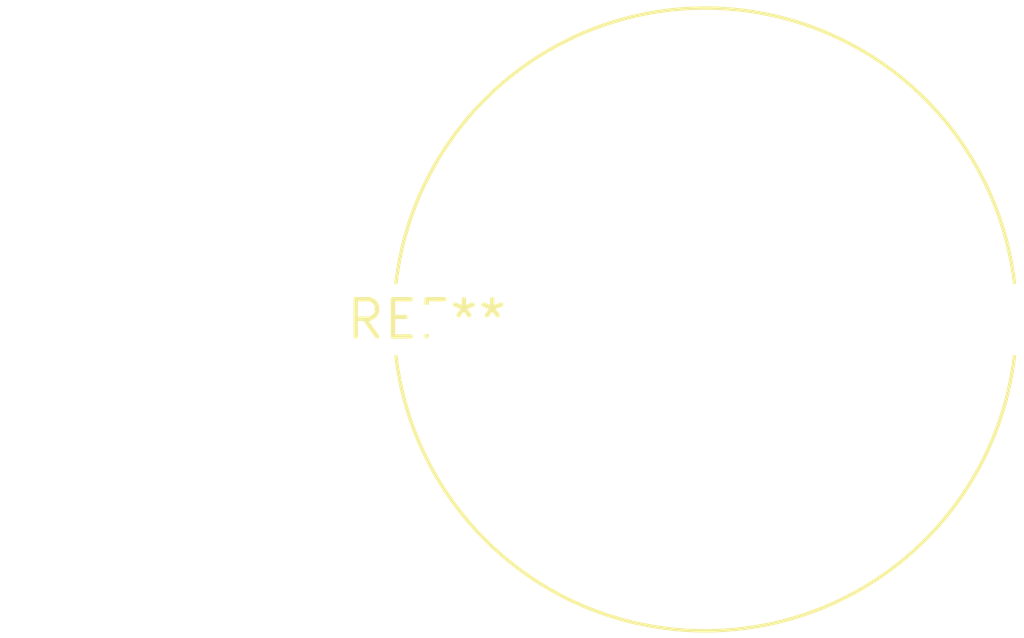
<source format=kicad_pcb>
(kicad_pcb (version 20240108) (generator pcbnew)
  (layers (0 "F.Cu" signal) (31 "B.Cu" signal) (34 "B.Paste" user) (35 "F.Paste" user) (36 "B.SilkS" user "B.Silkscreen") (37 "F.SilkS" user "F.Silkscreen") (38 "B.Mask" user) (39 "F.Mask" user) (44 "Edge.Cuts" user))
  (net 0 "")
  (footprint "L_Radial_D21.0mm_P19.00mm" (layer "F.Cu") (at 0 0)
    (property "Reference" "REF**")
    (property "Value" "L_Radial_D21.0mm_P19.00mm")
    (fp_arc (start -1.044989 -1.26) (mid 9.5 -10.62) (end 20.044989 -1.26) (layer "F.SilkS") (stroke (width 0.12)))
    (fp_arc (start 20.044989 1.26) (mid 9.5 10.62) (end -1.044989 1.26) (layer "F.SilkS") (stroke (width 0.12)))
    (pad "1" thru_hole circle (at 0 0) (size 2 2) (drill 1) (layers *.Cu *.Mask) (remove_unused_layers))
    (pad "2" thru_hole circle (at 19 0) (size 2 2) (drill 1) (layers *.Cu *.Mask) (remove_unused_layers))
  )
)
</source>
